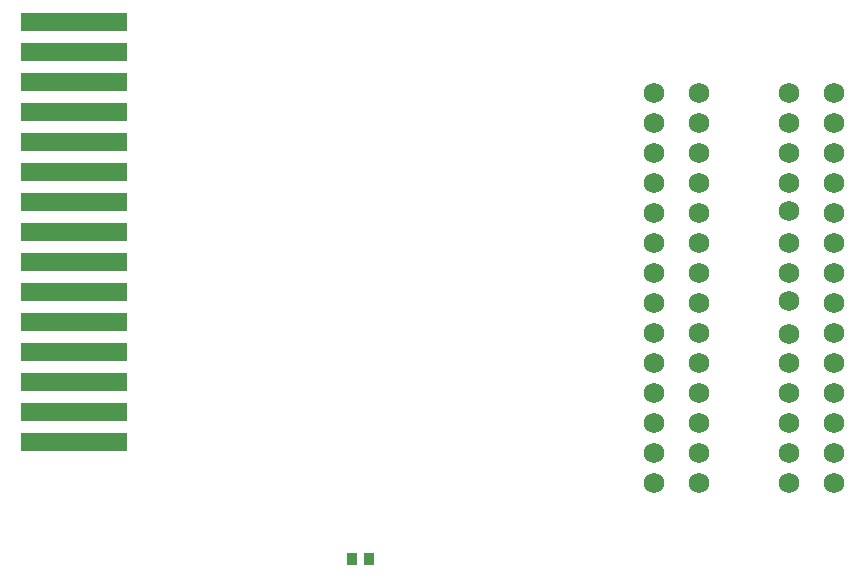
<source format=gts>
G04 Layer: TopSolderMaskLayer*
G04 EasyEDA v6.5.22, 2023-04-21 14:11:52*
G04 02b723c2ecb045abbe3cd18361d6b951,0d2cea57a9a8422ebbcee2df73fbc454,10*
G04 Gerber Generator version 0.2*
G04 Scale: 100 percent, Rotated: No, Reflected: No *
G04 Dimensions in millimeters *
G04 leading zeros omitted , absolute positions ,4 integer and 5 decimal *
%FSLAX45Y45*%
%MOMM*%

%AMMACRO1*1,1,$1,$2,$3*1,1,$1,$4,$5*1,1,$1,0-$2,0-$3*1,1,$1,0-$4,0-$5*20,1,$1,$2,$3,$4,$5,0*20,1,$1,$4,$5,0-$2,0-$3,0*20,1,$1,0-$2,0-$3,0-$4,0-$5,0*20,1,$1,0-$4,0-$5,$2,$3,0*4,1,4,$2,$3,$4,$5,0-$2,0-$3,0-$4,0-$5,$2,$3,0*%
%ADD10MACRO1,0.1016X-0.4X0.45X0.4X0.45*%
%ADD11C,1.7272*%
%ADD12R,9.0000X1.5240*%

%LPD*%
D10*
G01*
X3219599Y-152400D03*
G01*
X3079600Y-152400D03*
D11*
G01*
X6781800Y495300D03*
G01*
X6781800Y749300D03*
G01*
X6781800Y1003300D03*
G01*
X6781800Y1257300D03*
G01*
X6781800Y1511300D03*
G01*
X6781800Y1752600D03*
G01*
X6781800Y2032000D03*
G01*
X6781800Y2273300D03*
G01*
X6781800Y2527300D03*
G01*
X6781800Y2794000D03*
G01*
X6781800Y3035300D03*
G01*
X6781800Y3289300D03*
G01*
X6781800Y3543300D03*
G01*
X6781800Y3797300D03*
G01*
X6019800Y3797300D03*
G01*
X6019800Y3543300D03*
G01*
X6019800Y3289300D03*
G01*
X6019800Y3035300D03*
G01*
X6019800Y2781300D03*
G01*
X6019800Y2527300D03*
G01*
X6019800Y2273300D03*
G01*
X6019800Y2019300D03*
G01*
X6019800Y1765300D03*
G01*
X6019800Y1511300D03*
G01*
X6019800Y1257300D03*
G01*
X6019800Y1003300D03*
G01*
X6019800Y749300D03*
G01*
X6019800Y495300D03*
G01*
X7162800Y3797300D03*
G01*
X7162800Y3543300D03*
G01*
X7162800Y3289300D03*
G01*
X7162800Y3035300D03*
G01*
X7162800Y2781300D03*
G01*
X7162800Y2527300D03*
G01*
X7162800Y2273300D03*
G01*
X7162800Y2019300D03*
G01*
X7162800Y1765300D03*
G01*
X7162800Y1511300D03*
G01*
X7162800Y1257300D03*
G01*
X7162800Y1003300D03*
G01*
X7162800Y749300D03*
G01*
X7162800Y495300D03*
G01*
X5638800Y3797300D03*
G01*
X5638800Y3543300D03*
G01*
X5638800Y3289300D03*
G01*
X5638800Y3035300D03*
G01*
X5638800Y2781300D03*
G01*
X5638800Y2527300D03*
G01*
X5638800Y2273300D03*
G01*
X5638800Y2019300D03*
G01*
X5638800Y1765300D03*
G01*
X5638800Y1511300D03*
G01*
X5638800Y1257300D03*
G01*
X5638800Y1003300D03*
G01*
X5638800Y749300D03*
G01*
X5638800Y495300D03*
D12*
G01*
X723900Y4394200D03*
G01*
X723900Y4140200D03*
G01*
X723900Y3886200D03*
G01*
X723900Y3632200D03*
G01*
X723900Y3378200D03*
G01*
X723900Y3124200D03*
G01*
X723900Y2870200D03*
G01*
X723900Y2616200D03*
G01*
X723900Y2362200D03*
G01*
X723900Y2108200D03*
G01*
X723900Y1854200D03*
G01*
X723900Y1600200D03*
G01*
X723900Y1346200D03*
G01*
X723900Y1092200D03*
G01*
X723900Y838200D03*
M02*

</source>
